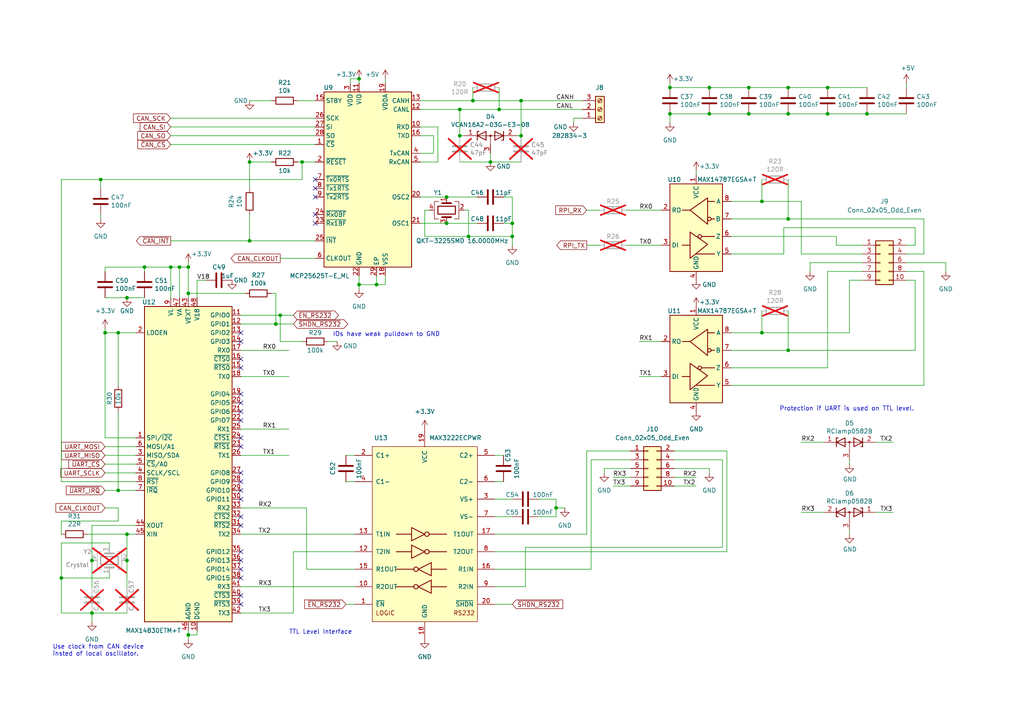
<source format=kicad_sch>
(kicad_sch (version 20231120) (generator "eeschema") (generator_version "8.0")
  (paper "A4")
  (title_block (title "NMEA Interface") (date "2020-05-11") (rev "1.0") (company "Schilling Engineering"))
  (lib_symbols
    (symbol "+5V_1" (power) (pin_names (offset 0))
      (property "Value" "+5V_1" (at 0 3.556 0))
      (symbol "+5V_1_1_1"
        (pin power_in line (at 0 0 90) (length 0) hide (name "+5V") (number "1"))
      )
    )
    (symbol "Connector:Screw_Terminal_01x03" (pin_names (offset 1.016) hide)
      (property "Reference" "J" (at 0 5.08 0))
      (property "Value" "Screw_Terminal_01x03" (at 0 -5.08 0))
      (symbol "Screw_Terminal_01x03_1_1"
        (pin passive line (at -5.08 2.54 0) (length 3.81) (name "Pin_1") (number "1"))
        (pin passive line (at -5.08 0 0) (length 3.81) (name "Pin_2") (number "2"))
        (pin passive line (at -5.08 -2.54 0) (length 3.81) (name "Pin_3") (number "3"))
      )
    )
    (symbol "Connector_Generic:Conn_02x05_Odd_Even" (pin_names (offset 1.016) hide)
      (property "Reference" "J" (at 1.27 7.62 0))
      (property "Value" "Conn_02x05_Odd_Even" (at 1.27 -7.62 0))
      (symbol "Conn_02x05_Odd_Even_1_1"
        (pin passive line (at -5.08 5.08 0) (length 3.81) (name "Pin_1") (number "1"))
        (pin passive line (at 7.62 -5.08 180) (length 3.81) (name "Pin_10") (number "10"))
        (pin passive line (at 7.62 5.08 180) (length 3.81) (name "Pin_2") (number "2"))
        (pin passive line (at -5.08 2.54 0) (length 3.81) (name "Pin_3") (number "3"))
        (pin passive line (at 7.62 2.54 180) (length 3.81) (name "Pin_4") (number "4"))
        (pin passive line (at -5.08 0 0) (length 3.81) (name "Pin_5") (number "5"))
        (pin passive line (at 7.62 0 180) (length 3.81) (name "Pin_6") (number "6"))
        (pin passive line (at -5.08 -2.54 0) (length 3.81) (name "Pin_7") (number "7"))
        (pin passive line (at 7.62 -2.54 180) (length 3.81) (name "Pin_8") (number "8"))
        (pin passive line (at -5.08 -5.08 0) (length 3.81) (name "Pin_9") (number "9"))
      )
    )
    (symbol "D_Zener_x2_ACom_KKA-Device_1" (pin_names (offset 0.762) hide)
      (property "Reference" "D" (at 1.27 -2.54 0))
      (property "Value" "D_Zener_x2_ACom_KKA-Device" (at 0 2.54 0))
      (symbol "D_Zener_x2_ACom_KKA-Device_1_0_1"
        (pin passive line (at -7.62 0 0) (length 3.81) (name "K") (number "1"))
        (pin passive line (at 7.62 0 180) (length 3.81) (name "K") (number "2"))
        (pin passive line (at 0 -5.08 90) (length 2.54) (name "A") (number "3"))
      )
    )
    (symbol "Device:C" (pin_numbers hide) (pin_names (offset 0.254))
      (property "Reference" "C" (at 0.635 2.54 0))
      (property "Value" "C" (at 0.635 -2.54 0))
      (symbol "C_1_1"
        (pin passive line (at 0 3.81 270) (length 2.794) (name "~") (number "1"))
        (pin passive line (at 0 -3.81 90) (length 2.794) (name "~") (number "2"))
      )
    )
    (symbol "Device:Crystal_GND24" (pin_names (offset 1.016) hide)
      (property "Reference" "Y" (at 3.175 5.08 0))
      (property "Value" "Crystal_GND24" (at 3.175 3.175 0))
      (symbol "Crystal_GND24_1_1"
        (pin passive line (at -3.81 0 0) (length 1.27) (name "1") (number "1"))
        (pin passive line (at 0 5.08 270) (length 1.27) (name "2") (number "2"))
        (pin passive line (at 3.81 0 180) (length 1.27) (name "3") (number "3"))
        (pin passive line (at 0 -5.08 90) (length 1.27) (name "4") (number "4"))
      )
    )
    (symbol "Device:R" (pin_numbers hide) (pin_names (offset 0))
      (property "Reference" "R" (at 2.032 0 90))
      (property "Value" "R" (at 0 0 90))
      (symbol "R_1_1"
        (pin passive line (at 0 3.81 270) (length 1.27) (name "~") (number "1"))
        (pin passive line (at 0 -3.81 90) (length 1.27) (name "~") (number "2"))
      )
    )
    (symbol "GND_1" (power) (pin_names (offset 0))
      (property "Value" "GND_1" (at 0 -3.81 0))
      (symbol "GND_1_1_1"
        (pin power_in line (at 0 0 270) (length 0) hide (name "GND") (number "1"))
      )
    )
    (symbol "GND_2" (power) (pin_names (offset 0))
      (property "Value" "GND_2" (at 0 -3.81 0))
      (symbol "GND_2_1_1"
        (pin power_in line (at 0 0 270) (length 0) hide (name "GND") (number "1"))
      )
    )
    (symbol "Interface_UART:MAX14830"
      (property "Reference" "U" (at -11.43 46.99 0))
      (property "Value" "MAX14830" (at 8.89 46.99 0))
      (symbol "MAX14830_1_1"
        (pin input line (at -15.24 7.62 0) (length 2.54) (name "SPI/~{I2C}") (number "1"))
        (pin power_in line (at 2.54 -48.26 90) (length 2.54) (name "DGND") (number "10"))
        (pin bidirectional line (at 15.24 43.18 180) (length 2.54) (name "GPIO0") (number "11"))
        (pin bidirectional line (at 15.24 40.64 180) (length 2.54) (name "GPIO1") (number "12"))
        (pin bidirectional line (at 15.24 38.1 180) (length 2.54) (name "GPIO2") (number "13"))
        (pin bidirectional line (at 15.24 35.56 180) (length 2.54) (name "GPIO3") (number "14"))
        (pin output line (at 15.24 27.94 180) (length 2.54) (name "~{RTS0}") (number "15"))
        (pin input line (at 15.24 30.48 180) (length 2.54) (name "~{CTS0}") (number "16"))
        (pin input line (at 15.24 33.02 180) (length 2.54) (name "RX0") (number "17"))
        (pin output line (at 15.24 25.4 180) (length 2.54) (name "TX0") (number "18"))
        (pin bidirectional line (at 15.24 20.32 180) (length 2.54) (name "GPIO4") (number "19"))
        (pin input line (at -15.24 38.1 0) (length 2.54) (name "LDOEN") (number "2"))
        (pin bidirectional line (at 15.24 17.78 180) (length 2.54) (name "GPIO5") (number "20"))
        (pin bidirectional line (at 15.24 15.24 180) (length 2.54) (name "GPIO6") (number "21"))
        (pin bidirectional line (at 15.24 12.7 180) (length 2.54) (name "GPIO7") (number "22"))
        (pin output line (at 15.24 5.08 180) (length 2.54) (name "~{RTS1}") (number "23"))
        (pin input line (at 15.24 7.62 180) (length 2.54) (name "~{CTS1}") (number "24"))
        (pin input line (at 15.24 10.16 180) (length 2.54) (name "RX1") (number "25"))
        (pin output line (at 15.24 2.54 180) (length 2.54) (name "TX1") (number "26"))
        (pin bidirectional line (at 15.24 -2.54 180) (length 2.54) (name "GPIO8") (number "27"))
        (pin bidirectional line (at 15.24 -5.08 180) (length 2.54) (name "GPIO9") (number "28"))
        (pin bidirectional line (at 15.24 -7.62 180) (length 2.54) (name "GPIO10") (number "29"))
        (pin bidirectional line (at -15.24 2.54 0) (length 2.54) (name "MISO/SDA") (number "3"))
        (pin bidirectional line (at 15.24 -10.16 180) (length 2.54) (name "GPIO11") (number "30"))
        (pin output line (at 15.24 -17.78 180) (length 2.54) (name "~{RTS2}") (number "31"))
        (pin input line (at 15.24 -15.24 180) (length 2.54) (name "~{CTS2}") (number "32"))
        (pin input line (at 15.24 -12.7 180) (length 2.54) (name "RX2") (number "33"))
        (pin output line (at 15.24 -20.32 180) (length 2.54) (name "TX2") (number "34"))
        (pin bidirectional line (at 15.24 -25.4 180) (length 2.54) (name "GPIO12") (number "35"))
        (pin bidirectional line (at 15.24 -27.94 180) (length 2.54) (name "GPIO13") (number "36"))
        (pin bidirectional line (at 15.24 -30.48 180) (length 2.54) (name "GPIO14") (number "37"))
        (pin bidirectional line (at 15.24 -33.02 180) (length 2.54) (name "GPIO15") (number "38"))
        (pin output line (at 15.24 -40.64 180) (length 2.54) (name "~{RTS3}") (number "39"))
        (pin input line (at -15.24 -2.54 0) (length 2.54) (name "SCLK/SCL") (number "4"))
        (pin input line (at 15.24 -38.1 180) (length 2.54) (name "~{CTS3}") (number "40"))
        (pin input line (at 15.24 -35.56 180) (length 2.54) (name "RX3") (number "41"))
        (pin output line (at 15.24 -43.18 180) (length 2.54) (name "TX3") (number "42"))
        (pin power_in line (at 0 48.26 270) (length 2.54) (name "VEXT") (number "43"))
        (pin output line (at -15.24 -17.78 0) (length 2.54) (name "XOUT") (number "44"))
        (pin input line (at -15.24 -20.32 0) (length 2.54) (name "XIN") (number "45"))
        (pin power_in line (at 0 -48.26 90) (length 2.54) (name "AGND") (number "46"))
        (pin power_in line (at -2.54 48.26 270) (length 2.54) (name "VA") (number "47"))
        (pin power_out line (at 2.54 48.26 270) (length 2.54) (name "V18") (number "48"))
        (pin passive line (at 0 -48.26 90) (length 2.54) hide (name "AGND") (number "49"))
        (pin input line (at -15.24 0 0) (length 2.54) (name "~{CS}/A0") (number "5"))
        (pin input line (at -15.24 5.08 0) (length 2.54) (name "MOSI/A1") (number "6"))
        (pin input line (at -15.24 -7.62 0) (length 2.54) (name "~{IRQ}") (number "7"))
        (pin input line (at -15.24 -5.08 0) (length 2.54) (name "~{RST}") (number "8"))
        (pin power_in line (at -5.08 48.26 270) (length 2.54) (name "VL") (number "9"))
      )
    )
    (symbol "Interface_UART:MAX490E"
      (property "Reference" "U" (at -7.62 13.97 0))
      (property "Value" "MAX490E" (at 0.762 13.97 0))
      (symbol "MAX490E_1_1"
        (pin power_in line (at 0 15.24 270) (length 2.54) (name "VCC") (number "1"))
        (pin output line (at -10.16 5.08 0) (length 2.54) (name "RO") (number "2"))
        (pin input line (at -10.16 -5.08 0) (length 2.54) (name "DI") (number "3"))
        (pin power_in line (at 0 -15.24 90) (length 2.54) (name "GND") (number "4"))
        (pin output line (at 10.16 -7.62 180) (length 2.54) (name "Y") (number "5"))
        (pin output line (at 10.16 -2.54 180) (length 2.54) (name "Z") (number "6"))
        (pin input line (at 10.16 2.54 180) (length 2.54) (name "B") (number "7"))
        (pin input line (at 10.16 7.62 180) (length 2.54) (name "A") (number "8"))
      )
    )
    (symbol "MAX490E_1"
      (property "Reference" "U" (at -7.62 13.97 0))
      (property "Value" "MAX490E" (at 0.762 13.97 0))
      (symbol "MAX490E_1_1_1"
        (pin power_in line (at 0 15.24 270) (length 2.54) (name "VCC") (number "1"))
        (pin output line (at -10.16 5.08 0) (length 2.54) (name "RO") (number "2"))
        (pin input line (at -10.16 -5.08 0) (length 2.54) (name "DI") (number "3"))
        (pin power_in line (at 0 -15.24 90) (length 2.54) (name "GND") (number "4"))
        (pin output line (at 10.16 -7.62 180) (length 2.54) (name "Y") (number "5"))
        (pin output line (at 10.16 -2.54 180) (length 2.54) (name "Z") (number "6"))
        (pin input line (at 10.16 2.54 180) (length 2.54) (name "B") (number "7"))
        (pin input line (at 10.16 7.62 180) (length 2.54) (name "A") (number "8"))
      )
    )
    (symbol "NavHAT-rescue:D_Zener_x2_ACom_KKA-Device" (pin_names (offset 0.762) hide)
      (property "Reference" "D" (at 1.27 -2.54 0))
      (property "Value" "D_Zener_x2_ACom_KKA-Device" (at 0 2.54 0))
      (symbol "D_Zener_x2_ACom_KKA-Device_0_1"
        (pin passive line (at -7.62 0 0) (length 3.81) (name "K") (number "1"))
        (pin passive line (at 7.62 0 180) (length 3.81) (name "K") (number "2"))
        (pin passive line (at 0 -5.08 90) (length 2.54) (name "A") (number "3"))
      )
    )
    (symbol "NavHAT-rescue:MAX3222ExUP" (pin_names (offset 1.016))
      (property "Reference" "U" (at -2.54 31.115 0))
      (property "Value" "MAX3222ExUP" (at -2.54 29.21 0))
      (symbol "MAX3222ExUP_0_0"
        (text "LOGIC" (at -11.43 -20.32 0) (effects (font (size 1.27 1.27))))
        (text "RS232" (at 11.43 -20.32 0) (effects (font (size 1.27 1.27))))
      )
      (symbol "MAX3222ExUP_1_1"
        (pin input line (at -20.32 -17.78 0) (length 5.08) (name "~{EN}") (number "1"))
        (pin output line (at -20.32 -12.7 0) (length 5.08) (name "R2OUT") (number "10"))
        (pin input line (at -20.32 -2.54 0) (length 5.08) (name "T2IN") (number "12"))
        (pin input line (at -20.32 2.54 0) (length 5.08) (name "T1IN") (number "13"))
        (pin output line (at -20.32 -7.62 0) (length 5.08) (name "R1OUT") (number "15"))
        (pin input line (at 20.32 -7.62 180) (length 5.08) (name "R1IN") (number "16"))
        (pin output line (at 20.32 2.54 180) (length 5.08) (name "T1OUT") (number "17"))
        (pin power_in line (at 0 -27.94 90) (length 5.08) (name "GND") (number "18"))
        (pin power_in line (at 0 33.02 270) (length 5.08) (name "VCC") (number "19"))
        (pin passive line (at -20.32 25.4 0) (length 5.08) (name "C1+") (number "2"))
        (pin input line (at 20.32 -17.78 180) (length 5.08) (name "~{SHDN}") (number "20"))
        (pin power_out line (at 20.32 12.7 180) (length 5.08) (name "VS+") (number "3"))
        (pin passive line (at -20.32 17.78 0) (length 5.08) (name "C1-") (number "4"))
        (pin passive line (at 20.32 25.4 180) (length 5.08) (name "C2+") (number "5"))
        (pin passive line (at 20.32 17.78 180) (length 5.08) (name "C2-") (number "6"))
        (pin power_out line (at 20.32 7.62 180) (length 5.08) (name "VS-") (number "7"))
        (pin output line (at 20.32 -2.54 180) (length 5.08) (name "T2OUT") (number "8"))
        (pin input line (at 20.32 -12.7 180) (length 5.08) (name "R2IN") (number "9"))
      )
    )
    (symbol "NavHAT-rescue:MCP25625x-E_ML"
      (property "Reference" "U" (at -11.43 26.67 0))
      (property "Value" "MCP25625x-E_ML" (at 15.24 26.67 0))
      (symbol "MCP25625x-E_ML_1_1"
        (pin input line (at -15.24 10.16 0) (length 2.54) (name "~{CS}") (number "1"))
        (pin output line (at 15.24 15.24 180) (length 2.54) (name "RXD") (number "10"))
        (pin power_in line (at -2.54 27.94 270) (length 2.54) (name "VIO") (number "11"))
        (pin bidirectional line (at 15.24 20.32 180) (length 2.54) (name "CANL") (number "12"))
        (pin bidirectional line (at 15.24 22.86 180) (length 2.54) (name "CANH") (number "13"))
        (pin no_connect line (at 12.7 -15.24 180) (length 2.54) hide (name "NC") (number "14"))
        (pin input line (at -15.24 22.86 0) (length 2.54) (name "STBY") (number "15"))
        (pin input line (at 15.24 12.7 180) (length 2.54) (name "TXD") (number "16"))
        (pin no_connect line (at 12.7 -17.78 180) (length 2.54) hide (name "NC") (number "17"))
        (pin power_in line (at 5.08 -27.94 90) (length 2.54) (name "VSS") (number "18"))
        (pin power_in line (at 5.08 27.94 270) (length 2.54) (name "VDDA") (number "19"))
        (pin input line (at -15.24 5.08 0) (length 2.54) (name "~{RESET}") (number "2"))
        (pin output line (at 15.24 -5.08 180) (length 2.54) (name "OSC2") (number "20"))
        (pin input line (at 15.24 -12.7 180) (length 2.54) (name "OSC1") (number "21"))
        (pin power_in line (at -2.54 -27.94 90) (length 2.54) (name "GND") (number "22"))
        (pin output line (at -15.24 -12.7 0) (length 2.54) (name "~{Rx1BF}") (number "23"))
        (pin output line (at -15.24 -10.16 0) (length 2.54) (name "~{Rx0BF}") (number "24"))
        (pin output line (at -15.24 -17.78 0) (length 2.54) (name "~{INT}") (number "25"))
        (pin input line (at -15.24 17.78 0) (length 2.54) (name "SCK") (number "26"))
        (pin input line (at -15.24 15.24 0) (length 2.54) (name "SI") (number "27"))
        (pin output line (at -15.24 12.7 0) (length 2.54) (name "SO") (number "28"))
        (pin power_in line (at 2.54 -27.94 90) (length 2.54) (name "EP") (number "29"))
        (pin power_in line (at -5.08 27.94 270) (length 2.54) (name "VDD") (number "3"))
        (pin output line (at 15.24 7.62 180) (length 2.54) (name "TxCAN") (number "4"))
        (pin input line (at 15.24 5.08 180) (length 2.54) (name "RxCAN") (number "5"))
        (pin output line (at -15.24 -22.86 0) (length 2.54) (name "CLKOUT") (number "6"))
        (pin input line (at -15.24 0 0) (length 2.54) (name "~{Tx0RTS}") (number "7"))
        (pin input line (at -15.24 -2.54 0) (length 2.54) (name "~{Tx1RTS}") (number "8"))
        (pin input line (at -15.24 -5.08 0) (length 2.54) (name "~{Tx2RTS}") (number "9"))
      )
    )
    (symbol "power:+3.3V" (power) (pin_names (offset 0))
      (property "Value" "+3.3V" (at 0 3.556 0))
      (symbol "+3.3V_1_1"
        (pin power_in line (at 0 0 90) (length 0) hide (name "+3.3V") (number "1"))
      )
    )
    (symbol "power:+5V" (power) (pin_names (offset 0))
      (property "Value" "+5V" (at 0 3.556 0))
      (symbol "+5V_1_1"
        (pin power_in line (at 0 0 90) (length 0) hide (name "+5V") (number "1"))
      )
    )
    (symbol "power:GND" (power) (pin_names (offset 0))
      (property "Value" "GND" (at 0 -3.81 0))
      (symbol "GND_1_1"
        (pin power_in line (at 0 0 270) (length 0) hide (name "GND") (number "1"))
      )
    )
  )
  (junction (at 72.39 46.99))
  (junction (at 36.83 162.56))
  (junction (at 137.16 29.21))
  (junction (at 87.63 46.99))
  (junction (at 142.24 46.99))
  (junction (at 144.78 31.75))
  (junction (at 217.17 25.4))
  (junction (at 161.29 147.32))
  (junction (at 133.35 31.75))
  (junction (at 240.03 33.02))
  (junction (at 54.61 184.15))
  (junction (at 41.91 77.47))
  (junction (at 205.74 33.02))
  (junction (at 228.6 33.02))
  (junction (at 129.54 64.77))
  (junction (at 80.01 93.98))
  (junction (at 72.39 69.85))
  (junction (at 54.61 77.47))
  (junction (at 151.13 39.37))
  (junction (at 34.29 96.52))
  (junction (at 220.98 96.52))
  (junction (at 217.17 33.02))
  (junction (at 133.35 39.37))
  (junction (at 205.74 25.4))
  (junction (at 194.31 33.02))
  (junction (at 129.54 57.15))
  (junction (at 34.29 142.24))
  (junction (at 30.48 96.52))
  (junction (at 240.03 25.4))
  (junction (at 228.6 101.6))
  (junction (at 26.67 162.56))
  (junction (at 29.21 52.07))
  (junction (at 228.6 63.5))
  (junction (at 54.61 85.09))
  (junction (at 81.28 91.44))
  (junction (at 220.98 58.42))
  (junction (at 104.14 82.55))
  (junction (at 228.6 25.4))
  (junction (at 194.31 25.4))
  (junction (at 49.53 77.47))
  (junction (at 36.83 154.94))
  (junction (at 251.46 33.02))
  (junction (at 148.59 64.77))
  (junction (at 151.13 29.21))
  (junction (at 109.22 82.55))
  (junction (at 135.89 68.58))
  (junction (at 36.83 86.36))
  (junction (at 148.59 68.58))
  (junction (at 17.78 167.64))
  (junction (at 52.07 77.47))
  (junction (at 26.67 177.8))
  (junction (at 104.14 22.86))
  (no_connect (at 69.85 152.4))
  (no_connect (at 69.85 116.84))
  (no_connect (at 69.85 127))
  (no_connect (at 69.85 96.52))
  (no_connect (at 69.85 99.06))
  (no_connect (at 69.85 162.56))
  (no_connect (at 69.85 149.86))
  (no_connect (at 69.85 172.72))
  (no_connect (at 69.85 114.3))
  (no_connect (at 69.85 175.26))
  (no_connect (at 69.85 104.14))
  (no_connect (at 69.85 165.1))
  (no_connect (at 69.85 139.7))
  (no_connect (at 69.85 121.92))
  (no_connect (at 69.85 144.78))
  (no_connect (at 69.85 106.68))
  (no_connect (at 69.85 160.02))
  (no_connect (at 91.44 64.77))
  (no_connect (at 69.85 137.16))
  (no_connect (at 91.44 54.61))
  (no_connect (at 69.85 129.54))
  (no_connect (at 69.85 167.64))
  (no_connect (at 69.85 142.24))
  (no_connect (at 69.85 119.38))
  (no_connect (at 91.44 57.15))
  (no_connect (at 91.44 62.23))
  (no_connect (at 91.44 52.07))
  (wire (pts (xy 17.78 52.07) (xy 29.21 52.07)))
  (wire (pts (xy 171.45 165.1) (xy 171.45 133.35)))
  (wire (pts (xy 101.6 22.86) (xy 104.14 22.86)))
  (wire (pts (xy 242.57 71.12) (xy 242.57 68.58)))
  (wire (pts (xy 246.38 81.28) (xy 250.19 81.28)))
  (wire (pts (xy 34.29 142.24) (xy 39.37 142.24)))
  (wire (pts (xy 71.12 85.09) (xy 54.61 85.09)))
  (wire (pts (xy 228.6 25.4) (xy 240.03 25.4)))
  (wire (pts (xy 17.78 151.13) (xy 17.78 154.94)))
  (wire (pts (xy 151.13 29.21) (xy 168.91 29.21)))
  (wire (pts (xy 87.63 46.99) (xy 91.44 46.99)))
  (wire (pts (xy 81.28 91.44) (xy 81.28 99.06)))
  (wire (pts (xy 148.59 64.77) (xy 146.05 64.77)))
  (wire (pts (xy 220.98 90.17) (xy 220.98 96.52)))
  (wire (pts (xy 143.51 165.1) (xy 171.45 165.1)))
  (wire (pts (xy 177.8 138.43) (xy 182.88 138.43)))
  (wire (pts (xy 54.61 76.2) (xy 54.61 77.47)))
  (wire (pts (xy 228.6 63.5) (xy 267.97 63.5)))
  (wire (pts (xy 232.41 148.59) (xy 238.76 148.59)))
  (wire (pts (xy 29.21 52.07) (xy 87.63 52.07)))
  (wire (pts (xy 240.03 106.68) (xy 240.03 78.74)))
  (wire (pts (xy 185.42 99.06) (xy 191.77 99.06)))
  (wire (pts (xy 152.4 158.75) (xy 152.4 170.18)))
  (wire (pts (xy 69.85 91.44) (xy 81.28 91.44)))
  (wire (pts (xy 80.01 93.98) (xy 85.09 93.98)))
  (wire (pts (xy 36.83 154.94) (xy 36.83 162.56)))
  (wire (pts (xy 54.61 184.15) (xy 57.15 184.15)))
  (wire (pts (xy 265.43 66.04) (xy 265.43 71.12)))
  (wire (pts (xy 127 36.83) (xy 121.92 36.83)))
  (wire (pts (xy 124.46 60.96) (xy 123.19 60.96)))
  (wire (pts (xy 274.32 78.74) (xy 274.32 76.2)))
  (wire (pts (xy 29.21 52.07) (xy 29.21 54.61)))
  (wire (pts (xy 181.61 71.12) (xy 191.77 71.12)))
  (wire (pts (xy 138.43 57.15) (xy 129.54 57.15)))
  (wire (pts (xy 85.09 160.02) (xy 102.87 160.02)))
  (wire (pts (xy 57.15 184.15) (xy 57.15 182.88)))
  (wire (pts (xy 265.43 101.6) (xy 265.43 81.28)))
  (wire (pts (xy 30.48 96.52) (xy 30.48 127)))
  (wire (pts (xy 152.4 170.18) (xy 143.51 170.18)))
  (wire (pts (xy 137.16 25.4) (xy 137.16 29.21)))
  (wire (pts (xy 143.51 175.26) (xy 148.59 175.26)))
  (wire (pts (xy 212.09 111.76) (xy 267.97 111.76)))
  (wire (pts (xy 121.92 64.77) (xy 129.54 64.77)))
  (wire (pts (xy 143.51 144.78) (xy 148.59 144.78)))
  (wire (pts (xy 240.03 33.02) (xy 251.46 33.02)))
  (wire (pts (xy 100.33 139.7) (xy 102.87 139.7)))
  (wire (pts (xy 81.28 99.06) (xy 87.63 99.06)))
  (wire (pts (xy 121.92 57.15) (xy 129.54 57.15)))
  (wire (pts (xy 194.31 24.13) (xy 194.31 25.4)))
  (wire (pts (xy 52.07 77.47) (xy 54.61 77.47)))
  (wire (pts (xy 195.58 133.35) (xy 209.55 133.35)))
  (wire (pts (xy 31.75 158.75) (xy 31.75 157.48)))
  (wire (pts (xy 212.09 58.42) (xy 220.98 58.42)))
  (wire (pts (xy 146.05 57.15) (xy 148.59 57.15)))
  (wire (pts (xy 25.4 154.94) (xy 36.83 154.94)))
  (wire (pts (xy 129.54 64.77) (xy 138.43 64.77)))
  (wire (pts (xy 240.03 78.74) (xy 250.19 78.74)))
  (wire (pts (xy 171.45 133.35) (xy 182.88 133.35)))
  (wire (pts (xy 170.18 130.81) (xy 182.88 130.81)))
  (wire (pts (xy 170.18 154.94) (xy 170.18 130.81)))
  (wire (pts (xy 91.44 39.37) (xy 49.53 39.37)))
  (wire (pts (xy 163.83 147.32) (xy 161.29 147.32)))
  (wire (pts (xy 170.18 60.96) (xy 173.99 60.96)))
  (wire (pts (xy 217.17 25.4) (xy 228.6 25.4)))
  (wire (pts (xy 143.51 132.08) (xy 146.05 132.08)))
  (wire (pts (xy 86.36 29.21) (xy 91.44 29.21)))
  (wire (pts (xy 36.83 86.36) (xy 41.91 86.36)))
  (wire (pts (xy 267.97 63.5) (xy 267.97 73.66)))
  (wire (pts (xy 212.09 101.6) (xy 228.6 101.6)))
  (wire (pts (xy 31.75 157.48) (xy 17.78 157.48)))
  (wire (pts (xy 91.44 41.91) (xy 49.53 41.91)))
  (wire (pts (xy 166.37 34.29) (xy 168.91 34.29)))
  (wire (pts (xy 137.16 29.21) (xy 151.13 29.21)))
  (wire (pts (xy 151.13 29.21) (xy 151.13 39.37)))
  (wire (pts (xy 104.14 82.55) (xy 109.22 82.55)))
  (wire (pts (xy 59.69 81.28) (xy 57.15 81.28)))
  (wire (pts (xy 195.58 140.97) (xy 201.93 140.97)))
  (wire (pts (xy 49.53 77.47) (xy 49.53 86.36)))
  (wire (pts (xy 250.19 76.2) (xy 234.95 76.2)))
  (wire (pts (xy 101.6 24.13) (xy 101.6 22.86)))
  (wire (pts (xy 146.05 139.7) (xy 143.51 139.7)))
  (wire (pts (xy 148.59 57.15) (xy 148.59 64.77)))
  (wire (pts (xy 181.61 60.96) (xy 191.77 60.96)))
  (wire (pts (xy 81.28 74.93) (xy 91.44 74.93)))
  (wire (pts (xy 182.88 135.89) (xy 175.26 135.89)))
  (wire (pts (xy 220.98 96.52) (xy 246.38 96.52)))
  (wire (pts (xy 78.74 46.99) (xy 72.39 46.99)))
  (wire (pts (xy 262.89 76.2) (xy 274.32 76.2)))
  (wire (pts (xy 148.59 71.12) (xy 148.59 68.58)))
  (wire (pts (xy 36.83 162.56) (xy 36.83 170.18)))
  (wire (pts (xy 135.89 68.58) (xy 148.59 68.58)))
  (wire (pts (xy 195.58 138.43) (xy 201.93 138.43)))
  (wire (pts (xy 232.41 58.42) (xy 232.41 73.66)))
  (wire (pts (xy 30.48 127) (xy 39.37 127)))
  (wire (pts (xy 209.55 133.35) (xy 209.55 158.75)))
  (wire (pts (xy 156.21 149.86) (xy 161.29 149.86)))
  (wire (pts (xy 109.22 80.01) (xy 109.22 82.55)))
  (wire (pts (xy 104.14 22.86) (xy 104.14 24.13)))
  (wire (pts (xy 34.29 151.13) (xy 17.78 151.13)))
  (wire (pts (xy 26.67 177.8) (xy 36.83 177.8)))
  (wire (pts (xy 228.6 33.02) (xy 217.17 33.02)))
  (wire (pts (xy 36.83 154.94) (xy 39.37 154.94)))
  (wire (pts (xy 267.97 78.74) (xy 262.89 78.74)))
  (wire (pts (xy 135.89 68.58) (xy 135.89 60.96)))
  (wire (pts (xy 34.29 96.52) (xy 30.48 96.52)))
  (wire (pts (xy 227.33 73.66) (xy 227.33 66.04)))
  (wire (pts (xy 72.39 62.23) (xy 72.39 69.85)))
  (wire (pts (xy 26.67 152.4) (xy 39.37 152.4)))
  (wire (pts (xy 30.48 129.54) (xy 39.37 129.54)))
  (wire (pts (xy 220.98 52.07) (xy 220.98 58.42)))
  (wire (pts (xy 88.9 147.32) (xy 88.9 165.1)))
  (wire (pts (xy 69.85 147.32) (xy 88.9 147.32)))
  (wire (pts (xy 267.97 73.66) (xy 262.89 73.66)))
  (wire (pts (xy 191.77 109.22) (xy 185.42 109.22)))
  (wire (pts (xy 205.74 137.16) (xy 205.74 135.89)))
  (wire (pts (xy 17.78 139.7) (xy 17.78 52.07)))
  (wire (pts (xy 54.61 184.15) (xy 54.61 182.88)))
  (wire (pts (xy 267.97 111.76) (xy 267.97 78.74)))
  (wire (pts (xy 220.98 58.42) (xy 232.41 58.42)))
  (wire (pts (xy 81.28 91.44) (xy 85.09 91.44)))
  (wire (pts (xy 17.78 157.48) (xy 17.78 167.64)))
  (wire (pts (xy 135.89 60.96) (xy 134.62 60.96)))
  (wire (pts (xy 143.51 149.86) (xy 148.59 149.86)))
  (wire (pts (xy 194.31 33.02) (xy 194.31 35.56)))
  (wire (pts (xy 54.61 85.09) (xy 54.61 86.36)))
  (wire (pts (xy 228.6 33.02) (xy 240.03 33.02)))
  (wire (pts (xy 209.55 158.75) (xy 152.4 158.75)))
  (wire (pts (xy 144.78 31.75) (xy 168.91 31.75)))
  (wire (pts (xy 210.82 130.81) (xy 195.58 130.81)))
  (wire (pts (xy 49.53 69.85) (xy 72.39 69.85)))
  (wire (pts (xy 144.78 25.4) (xy 144.78 31.75)))
  (wire (pts (xy 39.37 132.08) (xy 30.48 132.08)))
  (wire (pts (xy 39.37 139.7) (xy 17.78 139.7)))
  (wire (pts (xy 52.07 77.47) (xy 52.07 86.36)))
  (wire (pts (xy 30.48 95.25) (xy 30.48 96.52)))
  (wire (pts (xy 205.74 25.4) (xy 217.17 25.4)))
  (wire (pts (xy 109.22 82.55) (xy 111.76 82.55)))
  (wire (pts (xy 228.6 101.6) (xy 265.43 101.6)))
  (wire (pts (xy 41.91 77.47) (xy 41.91 78.74)))
  (wire (pts (xy 123.19 60.96) (xy 123.19 68.58)))
  (wire (pts (xy 166.37 35.56) (xy 166.37 34.29)))
  (wire (pts (xy 246.38 96.52) (xy 246.38 81.28)))
  (wire (pts (xy 54.61 185.42) (xy 54.61 184.15)))
  (wire (pts (xy 87.63 52.07) (xy 87.63 46.99)))
  (wire (pts (xy 254 128.27) (xy 259.08 128.27)))
  (wire (pts (xy 34.29 119.38) (xy 34.29 142.24)))
  (wire (pts (xy 232.41 73.66) (xy 250.19 73.66)))
  (wire (pts (xy 254 148.59) (xy 259.08 148.59)))
  (wire (pts (xy 30.48 142.24) (xy 34.29 142.24)))
  (wire (pts (xy 69.85 93.98) (xy 80.01 93.98)))
  (wire (pts (xy 104.14 83.82) (xy 104.14 82.55)))
  (wire (pts (xy 17.78 177.8) (xy 26.67 177.8)))
  (wire (pts (xy 34.29 147.32) (xy 34.29 151.13)))
  (wire (pts (xy 72.39 69.85) (xy 91.44 69.85)))
  (wire (pts (xy 26.67 180.34) (xy 26.67 177.8)))
  (wire (pts (xy 100.33 175.26) (xy 102.87 175.26)))
  (wire (pts (xy 142.24 46.99) (xy 151.13 46.99)))
  (wire (pts (xy 85.09 177.8) (xy 85.09 160.02)))
  (wire (pts (xy 100.33 132.08) (xy 102.87 132.08)))
  (wire (pts (xy 41.91 77.47) (xy 49.53 77.47)))
  (wire (pts (xy 111.76 82.55) (xy 111.76 80.01)))
  (wire (pts (xy 201.93 49.53) (xy 201.93 50.8)))
  (wire (pts (xy 161.29 149.86) (xy 161.29 147.32)))
  (wire (pts (xy 133.35 46.99) (xy 142.24 46.99)))
  (wire (pts (xy 121.92 29.21) (xy 137.16 29.21)))
  (wire (pts (xy 78.74 29.21) (xy 72.39 29.21)))
  (wire (pts (xy 69.85 177.8) (xy 85.09 177.8)))
  (wire (pts (xy 133.35 31.75) (xy 133.35 39.37)))
  (wire (pts (xy 133.35 31.75) (xy 144.78 31.75)))
  (wire (pts (xy 149.86 39.37) (xy 151.13 39.37)))
  (wire (pts (xy 210.82 160.02) (xy 210.82 130.81)))
  (wire (pts (xy 142.24 44.45) (xy 142.24 46.99)))
  (wire (pts (xy 123.19 68.58) (xy 135.89 68.58)))
  (wire (pts (xy 30.48 147.32) (xy 34.29 147.32)))
  (wire (pts (xy 240.03 25.4) (xy 251.46 25.4)))
  (wire (pts (xy 212.09 73.66) (xy 227.33 73.66)))
  (wire (pts (xy 175.26 135.89) (xy 175.26 137.16)))
  (wire (pts (xy 133.35 39.37) (xy 134.62 39.37)))
  (wire (pts (xy 69.85 132.08) (xy 83.82 132.08)))
  (wire (pts (xy 95.25 99.06) (xy 97.79 99.06)))
  (wire (pts (xy 26.67 152.4) (xy 26.67 162.56)))
  (wire (pts (xy 228.6 90.17) (xy 228.6 101.6)))
  (wire (pts (xy 212.09 63.5) (xy 228.6 63.5)))
  (wire (pts (xy 265.43 71.12) (xy 262.89 71.12)))
  (wire (pts (xy 69.85 101.6) (xy 83.82 101.6)))
  (wire (pts (xy 57.15 81.28) (xy 57.15 86.36)))
  (wire (pts (xy 39.37 96.52) (xy 34.29 96.52)))
  (wire (pts (xy 86.36 46.99) (xy 87.63 46.99)))
  (wire (pts (xy 69.85 109.22) (xy 83.82 109.22)))
  (wire (pts (xy 212.09 96.52) (xy 220.98 96.52)))
  (wire (pts (xy 205.74 135.89) (xy 195.58 135.89)))
  (wire (pts (xy 234.95 76.2) (xy 234.95 78.74)))
  (wire (pts (xy 31.75 167.64) (xy 17.78 167.64)))
  (wire (pts (xy 194.31 25.4) (xy 205.74 25.4)))
  (wire (pts (xy 246.38 134.62) (xy 246.38 133.35)))
  (wire (pts (xy 30.48 77.47) (xy 41.91 77.47)))
  (wire (pts (xy 30.48 78.74) (xy 30.48 77.47)))
  (wire (pts (xy 121.92 31.75) (xy 133.35 31.75)))
  (wire (pts (xy 228.6 52.07) (xy 228.6 63.5)))
  (wire (pts (xy 69.85 124.46) (xy 83.82 124.46)))
  (wire (pts (xy 217.17 33.02) (xy 205.74 33.02)))
  (wire (pts (xy 31.75 166.37) (xy 31.75 167.64)))
  (wire (pts (xy 69.85 154.94) (xy 102.87 154.94)))
  (wire (pts (xy 39.37 137.16) (xy 30.48 137.16)))
  (wire (pts (xy 91.44 34.29) (xy 49.53 34.29)))
  (wire (pts (xy 121.92 46.99) (xy 127 46.99)))
  (wire (pts (xy 161.29 147.32) (xy 161.29 144.78)))
  (wire (pts (xy 265.43 81.28) (xy 262.89 81.28)))
  (wire (pts (xy 17.78 167.64) (xy 17.78 177.8)))
  (wire (pts (xy 143.51 160.02) (xy 210.82 160.02)))
  (wire (pts (xy 242.57 71.12) (xy 250.19 71.12)))
  (wire (pts (xy 127 46.99) (xy 127 36.83)))
  (wire (pts (xy 246.38 153.67) (xy 246.38 154.94)))
  (wire (pts (xy 227.33 66.04) (xy 265.43 66.04)))
  (wire (pts (xy 262.89 33.02) (xy 251.46 33.02)))
  (wire (pts (xy 30.48 86.36) (xy 36.83 86.36)))
  (wire (pts (xy 232.41 128.27) (xy 238.76 128.27)))
  (wire (pts (xy 242.57 68.58) (xy 212.09 68.58)))
  (wire (pts (xy 121.92 39.37) (xy 125.73 39.37)))
  (wire (pts (xy 212.09 106.68) (xy 240.03 106.68)))
  (wire (pts (xy 49.53 77.47) (xy 52.07 77.47)))
  (wire (pts (xy 143.51 154.94) (xy 170.18 154.94)))
  (wire (pts (xy 26.67 162.56) (xy 26.67 170.18)))
  (wire (pts (xy 88.9 165.1) (xy 102.87 165.1)))
  (wire (pts (xy 91.44 36.83) (xy 49.53 36.83)))
  (wire (pts (xy 125.73 39.37) (xy 125.73 44.45)))
  (wire (pts (xy 69.85 170.18) (xy 102.87 170.18)))
  (wire (pts (xy 170.18 71.12) (xy 173.99 71.12)))
  (wire (pts (xy 80.01 85.09) (xy 80.01 93.98)))
  (wire (pts (xy 177.8 140.97) (xy 182.88 140.97)))
  (wire (pts (xy 161.29 144.78) (xy 156.21 144.78)))
  (wire (pts (xy 30.48 134.62) (xy 39.37 134.62)))
  (wire (pts (xy 148.59 68.58) (xy 148.59 64.77)))
  (wire (pts (xy 54.61 77.47) (xy 54.61 85.09)))
  (wire (pts (xy 262.89 25.4) (xy 262.89 24.13)))
  (wire (pts (xy 205.74 33.02) (xy 194.31 33.02)))
  (wire (pts (xy 34.29 111.76) (xy 34.29 96.52)))
  (wire (pts (xy 78.74 85.09) (xy 80.01 85.09)))
  (wire (pts (xy 104.14 82.55) (xy 104.14 80.01)))
  (wire (pts (xy 125.73 44.45) (xy 121.92 44.45)))
  (wire (pts (xy 29.21 62.23) (xy 29.21 63.5)))
  (wire (pts (xy 72.39 46.99) (xy 72.39 54.61)))
  (wire (pts (xy 111.76 22.86) (xy 111.76 24.13)))
  (text "TTL Level Interface" (at 83.82 184.15 0) (effects (font (size 1.27 1.27)) (justify left bottom)))
  (text "Use clock from CAN device\ninsted of local oscillator." (at 15.24 190.5 0) (effects (font (size 1.27 1.27)) (justify left bottom)))
  (text "Protection if UART is used on TTL level." (at 226.06 119.38 0) (effects (font (size 1.27 1.27)) (justify left bottom)))
  (text "IOs have weak pulldown to GND\n" (at 96.52 97.79 0) (effects (font (size 1.27 1.27)) (justify left bottom)))
  (label "CANL" (at 161.29 31.75 0))
  (label "CANH" (at 161.29 29.21 0))
  (label "RX3" (at 74.93 170.18 0))
  (label "TX2" (at 255.27 128.27 0))
  (label "TX2" (at 198.12 140.97 0))
  (label "RX3" (at 177.8 138.43 0))
  (label "TX3" (at 177.8 140.97 0))
  (label "RX2" (at 232.41 128.27 0))
  (label "RX3" (at 232.41 148.59 0))
  (label "TX3" (at 74.93 177.8 0))
  (label "RX0" (at 185.42 60.96 0))
  (label "RX2" (at 198.12 138.43 0))
  (label "RX2" (at 74.93 147.32 0))
  (label "TX3" (at 255.27 148.59 0))
  (label "V18" (at 57.15 81.28 0))
  (label "RX1" (at 76.2 124.46 0))
  (label "TX0" (at 185.42 71.12 0))
  (label "RX1" (at 185.42 99.06 0))
  (label "TX2" (at 74.93 154.94 0))
  (label "TX0" (at 76.2 109.22 0))
  (label "TX1" (at 185.42 109.22 0))
  (label "RX0" (at 76.2 101.6 0))
  (label "TX1" (at 76.2 132.08 0))
  (global_label "~{SHDN_RS232}" (shape input) (at 148.59 175.26 0) (property "Intersheetrefs" "${INTERSHEET_REFS}" (effects (hide yes))))
  (global_label "CAN_CLKOUT" (shape input) (at 30.48 147.32 180) (property "Intersheetrefs" "${INTERSHEET_REFS}" (effects (hide yes))))
  (global_label "~{CAN_CS}" (shape input) (at 49.53 41.91 180) (property "Intersheetrefs" "${INTERSHEET_REFS}" (effects (hide yes))))
  (global_label "~{UART_IRQ}" (shape input) (at 30.48 142.24 180) (property "Intersheetrefs" "${INTERSHEET_REFS}" (effects (hide yes))))
  (global_label "CAN_SCK" (shape input) (at 49.53 34.29 180) (property "Intersheetrefs" "${INTERSHEET_REFS}" (effects (hide yes))))
  (global_label "RPI_TX" (shape output) (at 170.18 71.12 180) (property "Intersheetrefs" "${INTERSHEET_REFS}" (effects (hide yes))))
  (global_label "CAN_SO" (shape input) (at 49.53 39.37 180) (property "Intersheetrefs" "${INTERSHEET_REFS}" (effects (hide yes))))
  (global_label "~{CAN_INT}" (shape output) (at 49.53 69.85 180) (property "Intersheetrefs" "${INTERSHEET_REFS}" (effects (hide yes))))
  (global_label "UART_SCLK" (shape input) (at 30.48 137.16 180) (property "Intersheetrefs" "${INTERSHEET_REFS}" (effects (hide yes))))
  (global_label "~{EN_RS232}" (shape tri_state) (at 85.09 91.44 0) (property "Intersheetrefs" "${INTERSHEET_REFS}" (effects (hide yes))))
  (global_label "CAN_SI" (shape input) (at 49.53 36.83 180) (property "Intersheetrefs" "${INTERSHEET_REFS}" (effects (hide yes))))
  (global_label "~{SHDN_RS232}" (shape tri_state) (at 85.09 93.98 0) (property "Intersheetrefs" "${INTERSHEET_REFS}" (effects (hide yes))))
  (global_label "UART_MOSI" (shape input) (at 30.48 129.54 180) (property "Intersheetrefs" "${INTERSHEET_REFS}" (effects (hide yes))))
  (global_label "~{EN_RS232}" (shape input) (at 100.33 175.26 180) (property "Intersheetrefs" "${INTERSHEET_REFS}" (effects (hide yes))))
  (global_label "CAN_CLKOUT" (shape output) (at 81.28 74.93 180) (property "Intersheetrefs" "${INTERSHEET_REFS}" (effects (hide yes))))
  (global_label "~{UART_CS}" (shape input) (at 30.48 134.62 180) (property "Intersheetrefs" "${INTERSHEET_REFS}" (effects (hide yes))))
  (global_label "UART_MISO" (shape input) (at 30.48 132.08 180) (property "Intersheetrefs" "${INTERSHEET_REFS}" (effects (hide yes))))
  (global_label "RPI_RX" (shape input) (at 170.18 60.96 180) (property "Intersheetrefs" "${INTERSHEET_REFS}" (effects (hide yes))))
  (symbol (lib_name "MAX490E_1") (lib_id "Interface_UART:MAX490E") (at 201.93 66.04 0) (unit 1)
    (property "Reference" "U10" (at 195.58 52.07 0))
    (property "Value" "MAX14787EGSA+T" (at 210.82 52.07 0))
    (property "Footprint" "Package_SO:SOIC-8_3.9x4.9mm_P1.27mm" (effects (hide yes)))
    (property "Datasheet" "https://datasheets.maximintegrated.com/en/ds/MAX1487E-MAX491E.pdf" (effects (hide yes)))
    (property "Alternative PN" "SN65HVD1471DR " (effects (hide yes)))
    (property "Manufacturer" "ADI / TI" (effects (hide yes)))
  )
  (symbol (lib_id "Device:C") (at 240.03 29.21 0) (unit 1)
    (property "Reference" "C41" (at 242.951 28.0416 0) (effects (justify left)))
    (property "Value" "100nF" (at 242.951 30.353 0) (effects (justify left)))
    (property "Footprint" "Capacitor_SMD:C_0402_1005Metric" (effects (hide yes)))
  )
  (symbol (lib_id "Device:C") (at 205.74 29.21 0) (unit 1)
    (property "Reference" "C38" (at 208.661 28.0416 0) (effects (justify left)))
    (property "Value" "100nF" (at 208.661 30.353 0) (effects (justify left)))
    (property "Footprint" "Capacitor_SMD:C_0402_1005Metric" (effects (hide yes)))
  )
  (symbol (lib_id "Device:C") (at 194.31 29.21 0) (unit 1)
    (property "Reference" "C37" (at 197.231 28.0416 0) (effects (justify left)))
    (property "Value" "100nF" (at 197.231 30.353 0) (effects (justify left)))
    (property "Footprint" "Capacitor_SMD:C_0402_1005Metric" (effects (hide yes)))
  )
  (symbol (lib_id "Device:R") (at 224.79 52.07 270) (unit 1) (dnp yes)
    (property "Reference" "R23" (at 224.79 46.8122 90))
    (property "Value" "120R" (at 224.79 49.1236 90))
    (property "Footprint" "Resistor_SMD:R_1206_3216Metric" (effects (hide yes)))
  )
  (symbol (lib_id "Device:R") (at 224.79 90.17 270) (unit 1) (dnp yes)
    (property "Reference" "R28" (at 224.79 84.9122 90))
    (property "Value" "120R" (at 224.79 87.2236 90))
    (property "Footprint" "Resistor_SMD:R_1206_3216Metric" (effects (hide yes)))
  )
  (symbol (lib_id "Device:C") (at 228.6 29.21 0) (unit 1)
    (property "Reference" "C40" (at 231.521 28.0416 0) (effects (justify left)))
    (property "Value" "100nF" (at 231.521 30.353 0) (effects (justify left)))
    (property "Footprint" "Capacitor_SMD:C_0402_1005Metric" (effects (hide yes)))
  )
  (symbol (lib_id "Device:C") (at 217.17 29.21 0) (unit 1)
    (property "Reference" "C39" (at 220.091 28.0416 0) (effects (justify left)))
    (property "Value" "100nF" (at 220.091 30.353 0) (effects (justify left)))
    (property "Footprint" "Capacitor_SMD:C_0402_1005Metric" (effects (hide yes)))
  )
  (symbol (lib_id "Device:C") (at 142.24 57.15 270) (unit 1)
    (property "Reference" "C46" (at 138.43 55.88 90))
    (property "Value" "11pF" (at 146.05 55.88 90))
    (property "Footprint" "Capacitor_SMD:C_0402_1005Metric" (effects (hide yes)))
  )
  (symbol (lib_id "Device:C") (at 142.24 64.77 270) (unit 1)
    (property "Reference" "C48" (at 138.43 63.5 90))
    (property "Value" "11pF" (at 146.05 63.5 90))
    (property "Footprint" "Capacitor_SMD:C_0402_1005Metric" (effects (hide yes)))
  )
  (symbol (lib_id "Device:C") (at 26.67 173.99 180) (unit 1) (dnp yes)
    (property "Reference" "C56" (at 27.94 170.18 90))
    (property "Value" "C" (at 27.94 176.53 90))
    (property "Footprint" "Capacitor_SMD:C_0402_1005Metric" (effects (hide yes)))
  )
  (symbol (lib_id "Device:C") (at 36.83 173.99 180) (unit 1) (dnp yes)
    (property "Reference" "C57" (at 38.1 170.18 90))
    (property "Value" "C" (at 38.1 176.53 90))
    (property "Footprint" "Capacitor_SMD:C_0402_1005Metric" (effects (hide yes)))
  )
  (symbol (lib_id "Device:R") (at 140.97 25.4 270) (unit 1) (dnp yes)
    (property "Reference" "R20" (at 133.35 24.3586 90))
    (property "Value" "120R" (at 133.35 26.67 90))
    (property "Footprint" "Resistor_SMD:R_0603_1608Metric" (effects (hide yes)))
  )
  (symbol (lib_id "Interface_UART:MAX14830") (at 54.61 134.62 0) (unit 1)
    (property "Reference" "U12" (at 43.18 87.63 0))
    (property "Value" "MAX14830ETM+T" (at 44.45 182.88 0))
    (property "Footprint" "Package_DFN_QFN:TQFN-48-1EP_7x7mm_P0.5mm_EP5.1x5.1mm" (effects (hide yes)))
    (property "Datasheet" "https://datasheets.maximintegrated.com/en/ds/MAX14830.pdf" (effects (hide yes)))
  )
  (symbol (lib_id "NavHAT-rescue:MCP25625x-E_ML") (at 106.68 52.07 0) (unit 1)
    (property "Reference" "U9" (at 95.25 25.4 0))
    (property "Value" "MCP25625T-E_ML" (at 92.71 80.01 0))
    (property "Footprint" "Package_DFN_QFN:QFN-28-1EP_6x6mm_P0.65mm_EP4.25x4.25mm_ThermalVias" (effects (hide yes)))
    (property "Datasheet" "http://ww1.microchip.com/downloads/en/DeviceDoc/20005282B.pdf" (effects (hide yes)))
  )
  (symbol (lib_id "Device:Crystal_GND24") (at 129.54 60.96 270) (unit 1)
    (property "Reference" "Y1" (at 125.73 55.88 90) (effects (justify left)))
    (property "Value" "QKT-3225SMD 16.0000MHz" (at 120.65 69.85 90) (effects (justify left)))
    (property "Footprint" "Crystal:Crystal_SMD_3225-4Pin_3.2x2.5mm" (effects (hide yes)))
  )
  (symbol (lib_id "Device:R") (at 82.55 46.99 270) (unit 1)
    (property "Reference" "R22" (at 82.55 44.45 90))
    (property "Value" "10k" (at 82.55 49.53 90))
    (property "Footprint" "Resistor_SMD:R_0402_1005Metric" (effects (hide yes)))
  )
  (symbol (lib_id "Device:R") (at 82.55 29.21 270) (unit 1)
    (property "Reference" "R21" (at 82.55 23.9522 90))
    (property "Value" "10k" (at 82.55 26.2636 90))
    (property "Footprint" "Resistor_SMD:R_0402_1005Metric" (effects (hide yes)))
  )
  (symbol (lib_id "Interface_UART:MAX490E") (at 201.93 104.14 0) (unit 1)
    (property "Reference" "U11" (at 195.58 90.17 0))
    (property "Value" "MAX14787EGSA+T" (at 210.82 90.17 0))
    (property "Footprint" "Package_SO:SOIC-8_3.9x4.9mm_P1.27mm" (effects (hide yes)))
    (property "Datasheet" "https://datasheets.maximintegrated.com/en/ds/MAX1487E-MAX491E.pdf" (effects (hide yes)))
    (property "Alternative PN" "SN65HVD1471DR " (effects (hide yes)))
    (property "Manufacturer" "ADI / TI" (effects (hide yes)))
  )
  (symbol (lib_id "power:+5V") (at 262.89 24.13 0) (unit 1)
    (property "Reference" "#PWR045" (effects (hide yes)))
    (property "Value" "+5V" (at 263.271 19.7358 0))
  )
  (symbol (lib_id "NavHAT-rescue:MAX3222ExUP") (at 123.19 157.48 0) (unit 1)
    (property "Reference" "U13" (at 110.49 127 0))
    (property "Value" "MAX3222ECPWR" (at 132.08 127 0))
    (property "Footprint" "Package_SO:TSSOP-20_4.4x6.5mm_P0.65mm" (effects (hide yes)))
    (property "Datasheet" "https://www.ti.com/lit/ds/symlink/max3222e.pdf?ts=1707313559352&ref_url=https%253A%252F%252Fwww.mouser.ch%252F" (effects (hide yes)))
    (property "Manufacturer" "Texas Instruments" (effects (hide yes)))
  )
  (symbol (lib_id "Device:C") (at 262.89 29.21 0) (unit 1)
    (property "Reference" "C43" (at 265.811 28.0416 0) (effects (justify left)))
    (property "Value" "100nF" (at 265.811 30.353 0) (effects (justify left)))
    (property "Footprint" "Capacitor_SMD:C_0402_1005Metric" (effects (hide yes)))
  )
  (symbol (lib_id "Device:C") (at 100.33 135.89 180) (unit 1)
    (property "Reference" "C52" (at 96.52 135.89 90))
    (property "Value" "100nF" (at 104.14 135.89 90))
    (property "Footprint" "Capacitor_SMD:C_0402_1005Metric" (effects (hide yes)))
  )
  (symbol (lib_id "Device:C") (at 146.05 135.89 180) (unit 1)
    (property "Reference" "C53" (at 147.32 132.08 90))
    (property "Value" "100nF" (at 149.86 135.89 90))
    (property "Footprint" "Capacitor_SMD:C_0402_1005Metric" (effects (hide yes)))
  )
  (symbol (lib_id "Device:C") (at 152.4 144.78 270) (unit 1)
    (property "Reference" "C54" (at 148.59 143.51 90))
    (property "Value" "100nF" (at 157.48 143.51 90))
    (property "Footprint" "Capacitor_SMD:C_0402_1005Metric" (effects (hide yes)))
  )
  (symbol (lib_id "Device:C") (at 152.4 149.86 270) (unit 1)
    (property "Reference" "C55" (at 148.59 148.59 90))
    (property "Value" "100nF" (at 157.48 148.59 90))
    (property "Footprint" "Capacitor_SMD:C_0402_1005Metric" (effects (hide yes)))
  )
  (symbol (lib_id "Device:R") (at 21.59 154.94 270) (unit 1)
    (property "Reference" "R31" (at 21.59 149.6822 90))
    (property "Value" "22R" (at 21.59 151.9936 90))
    (property "Footprint" "Resistor_SMD:R_0402_1005Metric" (effects (hide yes)))
  )
  (symbol (lib_name "D_Zener_x2_ACom_KKA-Device_1") (lib_id "NavHAT-rescue:D_Zener_x2_ACom_KKA-Device") (at 246.38 128.27 0) (unit 1)
    (property "Reference" "D5" (at 246.38 122.7582 0))
    (property "Value" "RClamp0582B" (at 246.38 125.0696 0))
    (property "Footprint" "Package_TO_SOT_SMD:SOT-523" (effects (hide yes)))
    (property "Datasheet" "https://www.mouser.de/datasheet/2/761/SEMT_S_A0007103679_1-2575905.pdf" (effects (hide yes)))
  )
  (symbol (lib_id "NavHAT-rescue:D_Zener_x2_ACom_KKA-Device") (at 246.38 148.59 0) (mirror y) (unit 1)
    (property "Reference" "D6" (at 246.38 143.0782 0))
    (property "Value" "RClamp0582B" (at 246.38 145.3896 0))
    (property "Footprint" "Package_TO_SOT_SMD:SOT-523" (effects (hide yes)))
    (property "Datasheet" "https://www.mouser.de/datasheet/2/761/SEMT_S_A0007103679_1-2575905.pdf" (effects (hide yes)))
  )
  (symbol (lib_id "power:GND") (at 246.38 134.62 0) (unit 1)
    (property "Reference" "#PWR066" (effects (hide yes)))
    (property "Value" "GND" (at 246.507 139.0142 0))
  )
  (symbol (lib_name "GND_2") (lib_id "power:GND") (at 246.38 154.94 0) (unit 1)
    (property "Reference" "#PWR070" (effects (hide yes)))
    (property "Value" "GND" (at 246.507 159.3342 0))
  )
  (symbol (lib_id "Device:Crystal_GND24") (at 31.75 162.56 270) (mirror x) (unit 1) (dnp yes)
    (property "Reference" "Y2" (at 24.13 160.02 90) (effects (justify left)))
    (property "Value" "Crystal" (at 19.05 163.83 90) (effects (justify left)))
    (property "Footprint" "Crystal:Crystal_SMD_3225-4Pin_3.2x2.5mm" (effects (hide yes)))
  )
  (symbol (lib_name "GND_1") (lib_id "power:GND") (at 54.61 185.42 0) (unit 1)
    (property "Reference" "#PWR072" (effects (hide yes)))
    (property "Value" "GND" (at 54.61 190.5 0))
  )
  (symbol (lib_id "power:+3.3V") (at 194.31 24.13 0) (unit 1)
    (property "Reference" "#PWR044" (effects (hide yes)))
    (property "Value" "+3.3V" (at 198.12 22.86 0))
  )
  (symbol (lib_name "GND_1") (lib_id "power:GND") (at 274.32 78.74 0) (unit 1)
    (property "Reference" "#PWR056" (effects (hide yes)))
    (property "Value" "GND" (at 274.32 83.82 0))
  )
  (symbol (lib_id "Device:C") (at 30.48 82.55 0) (unit 1)
    (property "Reference" "C50" (at 33.401 81.3816 0) (effects (justify left)))
    (property "Value" "100nF" (at 33.401 83.693 0) (effects (justify left)))
    (property "Footprint" "Capacitor_SMD:C_0402_1005Metric" (effects (hide yes)))
  )
  (symbol (lib_id "Device:R") (at 74.93 85.09 270) (unit 1)
    (property "Reference" "R27" (at 74.93 79.8322 90))
    (property "Value" "100k" (at 74.93 82.1436 90))
    (property "Footprint" "Resistor_SMD:R_0402_1005Metric" (effects (hide yes)))
  )
  (symbol (lib_name "GND_1") (lib_id "power:GND") (at 166.37 35.56 0) (unit 1)
    (property "Reference" "#PWR047" (effects (hide yes)))
    (property "Value" "GND" (at 162.56 36.83 0))
  )
  (symbol (lib_name "GND_1") (lib_id "power:GND") (at 36.83 86.36 0) (unit 1)
    (property "Reference" "#PWR060" (effects (hide yes)))
    (property "Value" "GND" (at 36.83 90.17 0))
  )
  (symbol (lib_name "GND_1") (lib_id "power:GND") (at 26.67 180.34 0) (unit 1)
    (property "Reference" "#PWR071" (effects (hide yes)))
    (property "Value" "GND" (at 26.67 185.42 0))
  )
  (symbol (lib_id "Device:C") (at 251.46 29.21 0) (unit 1)
    (property "Reference" "C42" (at 254.381 28.0416 0) (effects (justify left)))
    (property "Value" "100nF" (at 254.381 30.353 0) (effects (justify left)))
    (property "Footprint" "Capacitor_SMD:C_0402_1005Metric" (effects (hide yes)))
  )
  (symbol (lib_id "power:+3.3V") (at 201.93 88.9 0) (unit 1)
    (property "Reference" "#PWR061" (effects (hide yes)))
    (property "Value" "+3.3V" (at 205.74 87.63 0))
  )
  (symbol (lib_name "GND_1") (lib_id "power:GND") (at 67.31 81.28 0) (unit 1)
    (property "Reference" "#PWR057" (effects (hide yes)))
    (property "Value" "GND" (at 69.85 81.28 0))
  )
  (symbol (lib_name "GND_1") (lib_id "power:GND") (at 234.95 78.74 0) (unit 1)
    (property "Reference" "#PWR055" (effects (hide yes)))
    (property "Value" "GND" (at 234.95 83.82 0))
  )
  (symbol (lib_name "GND_1") (lib_id "power:GND") (at 123.19 185.42 0) (unit 1)
    (property "Reference" "#PWR073" (effects (hide yes)))
    (property "Value" "GND" (at 123.19 190.5 0))
  )
  (symbol (lib_name "GND_1") (lib_id "power:GND") (at 163.83 147.32 0) (unit 1)
    (property "Reference" "#PWR069" (effects (hide yes)))
    (property "Value" "GND" (at 163.83 152.4 0))
  )
  (symbol (lib_name "GND_1") (lib_id "power:GND") (at 201.93 81.28 0) (unit 1)
    (property "Reference" "#PWR058" (effects (hide yes)))
    (property "Value" "GND" (at 205.74 82.55 0))
  )
  (symbol (lib_name "D_Zener_x2_ACom_KKA-Device_1") (lib_id "NavHAT-rescue:D_Zener_x2_ACom_KKA-Device") (at 142.24 39.37 0) (unit 1)
    (property "Reference" "D4" (at 142.24 33.8582 0))
    (property "Value" "VCAN16A2-03G-E3-08" (at 142.24 36.1696 0))
    (property "Footprint" "Package_TO_SOT_SMD:SOT-323_SC-70" (effects (hide yes)))
    (property "Datasheet" "https://www.vishay.com/docs/86168/vcan16a2-03g.pdf" (effects (hide yes)))
  )
  (symbol (lib_name "GND_1") (lib_id "power:GND") (at 175.26 137.16 0) (unit 1)
    (property "Reference" "#PWR067" (effects (hide yes)))
    (property "Value" "GND" (at 175.26 142.24 0))
  )
  (symbol (lib_id "power:+3.3V") (at 201.93 49.53 0) (unit 1)
    (property "Reference" "#PWR051" (effects (hide yes)))
    (property "Value" "+3.3V" (at 205.74 48.26 0))
  )
  (symbol (lib_name "GND_1") (lib_id "power:GND") (at 148.59 71.12 0) (unit 1)
    (property "Reference" "#PWR053" (effects (hide yes)))
    (property "Value" "GND" (at 148.59 76.2 0))
  )
  (symbol (lib_name "+5V_1") (lib_id "power:+5V") (at 111.76 22.86 0) (unit 1)
    (property "Reference" "#PWR043" (effects (hide yes)))
    (property "Value" "+5V" (at 107.95 21.59 0))
  )
  (symbol (lib_id "Device:R") (at 177.8 71.12 270) (unit 1) (dnp yes)
    (property "Reference" "R26" (at 177.8 68.58 90))
    (property "Value" "0" (at 177.8 71.12 90))
    (property "Footprint" "Resistor_SMD:R_0402_1005Metric" (effects (hide yes)))
  )
  (symbol (lib_id "Connector_Generic:Conn_02x05_Odd_Even") (at 255.27 76.2 0) (unit 1)
    (property "Reference" "J9" (at 256.54 58.42 0))
    (property "Value" "Conn_02x05_Odd_Even" (at 256.54 60.96 0))
    (property "Footprint" "Connector_PinHeader_2.54mm:PinHeader_2x05_P2.54mm_Vertical" (effects (hide yes)))
  )
  (symbol (lib_name "GND_1") (lib_id "power:GND") (at 205.74 137.16 0) (unit 1)
    (property "Reference" "#PWR068" (effects (hide yes)))
    (property "Value" "GND" (at 205.74 142.24 0))
  )
  (symbol (lib_id "power:+3.3V") (at 54.61 76.2 0) (unit 1)
    (property "Reference" "#PWR054" (effects (hide yes)))
    (property "Value" "+3.3V" (at 58.42 73.66 0))
  )
  (symbol (lib_id "power:+3.3V") (at 104.14 22.86 0) (unit 1)
    (property "Reference" "#PWR042" (effects (hide yes)))
    (property "Value" "+3.3V" (at 100.33 21.59 0))
  )
  (symbol (lib_id "Connector_Generic:Conn_02x05_Odd_Even") (at 187.96 135.89 0) (unit 1)
    (property "Reference" "J10" (at 189.23 124.46 0))
    (property "Value" "Conn_02x05_Odd_Even" (at 189.23 127 0))
    (property "Footprint" "Connector_PinHeader_1.27mm:PinHeader_2x05_P1.27mm_Vertical" (effects (hide yes)))
  )
  (symbol (lib_name "GND_1") (lib_id "power:GND") (at 142.24 46.99 0) (unit 1)
    (property "Reference" "#PWR050" (effects (hide yes)))
    (property "Value" "GND" (at 146.05 48.26 0))
  )
  (symbol (lib_id "Device:C") (at 29.21 58.42 0) (unit 1)
    (property "Reference" "C47" (at 32.131 57.2516 0) (effects (justify left)))
    (property "Value" "100nF" (at 32.131 59.563 0) (effects (justify left)))
    (property "Footprint" "Capacitor_SMD:C_0402_1005Metric" (effects (hide yes)))
  )
  (symbol (lib_id "Device:C") (at 63.5 81.28 270) (unit 1)
    (property "Reference" "C49" (at 63.5 77.47 90))
    (property "Value" "1uF" (at 66.04 80.01 90))
    (property "Footprint" "Capacitor_SMD:C_0402_1005Metric" (effects (hide yes)))
  )
  (symbol (lib_id "Device:R") (at 91.44 99.06 270) (unit 1)
    (property "Reference" "R29" (at 91.44 96.52 90))
    (property "Value" "100k" (at 91.44 101.6 90))
    (property "Footprint" "Resistor_SMD:R_0402_1005Metric" (effects (hide yes)))
  )
  (symbol (lib_name "GND_1") (lib_id "power:GND") (at 104.14 83.82 0) (unit 1)
    (property "Reference" "#PWR059" (effects (hide yes)))
    (property "Value" "GND" (at 104.14 88.9 0))
  )
  (symbol (lib_id "Device:R") (at 177.8 60.96 270) (unit 1) (dnp yes)
    (property "Reference" "R25" (at 177.8 58.42 90))
    (property "Value" "0" (at 177.8 60.96 90))
    (property "Footprint" "Resistor_SMD:R_0402_1005Metric" (effects (hide yes)))
  )
  (symbol (lib_name "GND_1") (lib_id "power:GND") (at 194.31 35.56 0) (unit 1)
    (property "Reference" "#PWR048" (effects (hide yes)))
    (property "Value" "GND" (at 194.31 40.64 0))
  )
  (symbol (lib_name "GND_1") (lib_id "power:GND") (at 29.21 63.5 0) (unit 1)
    (property "Reference" "#PWR052" (effects (hide yes)))
    (property "Value" "GND" (at 29.21 68.58 0))
  )
  (symbol (lib_name "GND_1") (lib_id "power:GND") (at 72.39 29.21 0) (unit 1)
    (property "Reference" "#PWR046" (effects (hide yes)))
    (property "Value" "GND" (at 69.85 29.21 0))
  )
  (symbol (lib_id "Device:R") (at 34.29 115.57 0) (unit 1)
    (property "Reference" "R30" (at 31.75 115.57 90))
    (property "Value" "10k" (at 34.29 115.57 90))
    (property "Footprint" "Resistor_SMD:R_0402_1005Metric" (effects (hide yes)))
  )
  (symbol (lib_id "Device:C") (at 151.13 43.18 0) (unit 1) (dnp yes)
    (property "Reference" "C45" (at 154.051 42.0116 0) (effects (justify left)))
    (property "Value" "47pF" (at 154.051 44.323 0) (effects (justify left)))
    (property "Footprint" "Capacitor_SMD:C_0402_1005Metric" (effects (hide yes)))
  )
  (symbol (lib_id "power:+3.3V") (at 72.39 46.99 0) (unit 1)
    (property "Reference" "#PWR049" (effects (hide yes)))
    (property "Value" "+3.3V" (at 76.2 44.45 0))
  )
  (symbol (lib_id "power:+3.3V") (at 30.48 95.25 0) (unit 1)
    (property "Reference" "#PWR062" (effects (hide yes)))
    (property "Value" "+3.3V" (at 30.48 90.17 0))
  )
  (symbol (lib_name "GND_1") (lib_id "power:GND") (at 201.93 119.38 0) (unit 1)
    (property "Reference" "#PWR064" (effects (hide yes)))
    (property "Value" "GND" (at 201.93 124.46 0))
  )
  (symbol (lib_id "Device:C") (at 41.91 82.55 0) (unit 1)
    (property "Reference" "C51" (at 44.831 81.3816 0) (effects (justify left)))
    (property "Value" "100nF" (at 44.831 83.693 0) (effects (justify left)))
    (property "Footprint" "Capacitor_SMD:C_0402_1005Metric" (effects (hide yes)))
  )
  (symbol (lib_id "Device:R") (at 72.39 58.42 0) (unit 1)
    (property "Reference" "R24" (at 67.1322 58.42 90))
    (property "Value" "10k" (at 69.4436 58.42 90))
    (property "Footprint" "Resistor_SMD:R_0402_1005Metric" (effects (hide yes)))
  )
  (symbol (lib_id "power:+3.3V") (at 123.19 124.46 0) (unit 1)
    (property "Reference" "#PWR065" (effects (hide yes)))
    (property "Value" "+3.3V" (at 123.19 119.38 0))
  )
  (symbol (lib_id "Device:C") (at 133.35 43.18 0) (unit 1) (dnp yes)
    (property "Reference" "C44" (at 136.271 42.0116 0) (effects (justify left)))
    (property "Value" "47pF" (at 136.271 44.323 0) (effects (justify left)))
    (property "Footprint" "Capacitor_SMD:C_0402_1005Metric" (effects (hide yes)))
  )
  (symbol (lib_id "Connector:Screw_Terminal_01x03") (at 173.99 31.75 0) (mirror x) (unit 1)
    (property "Reference" "J8" (at 172.72 25.4 0) (effects (justify left)))
    (property "Value" "282834-3" (at 160.02 39.37 0) (effects (justify left)))
    (property "Footprint" "TerminalBlock_TE-Connectivity:TerminalBlock_TE_282834-3_1x03_P2.54mm_Horizontal" (effects (hide yes)))
    (property "Datasheet" "https://www.mouser.ch/datasheet/2/418/7/ENG_CD_282834_C1-2036205.pdf" (effects (hide yes)))
    (property "Manufacturer" "TE Connectivity" (effects (hide yes)))
  )
  (symbol (lib_name "GND_1") (lib_id "power:GND") (at 97.79 99.06 0) (unit 1)
    (property "Reference" "#PWR063" (effects (hide yes)))
    (property "Value" "GND" (at 101.6 100.33 0))
  )
)
</source>
